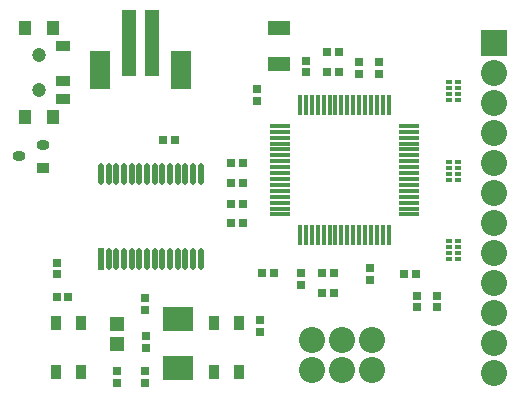
<source format=gts>
G04*
G04 #@! TF.GenerationSoftware,Altium Limited,Altium Designer,18.1.9 (240)*
G04*
G04 Layer_Color=8388736*
%FSLAX25Y25*%
%MOIN*%
G70*
G01*
G75*
%ADD32R,0.07493X0.05131*%
%ADD33R,0.02992X0.02992*%
%ADD34R,0.02992X0.02992*%
%ADD35R,0.10249X0.08280*%
%ADD36R,0.01575X0.06693*%
%ADD37R,0.06693X0.01575*%
%ADD38R,0.02165X0.07284*%
%ADD39O,0.02165X0.07284*%
%ADD40R,0.01968X0.01575*%
%ADD41R,0.03359X0.04934*%
%ADD42R,0.04737X0.05131*%
%ADD43R,0.04343X0.03556*%
%ADD44O,0.04343X0.03556*%
%ADD45R,0.05131X0.03556*%
%ADD46R,0.03950X0.04737*%
%ADD47R,0.07099X0.12611*%
%ADD48R,0.04737X0.22453*%
%ADD49C,0.08674*%
%ADD50C,0.04737*%
%ADD51R,0.08674X0.08674*%
D32*
X92913Y125197D02*
D03*
Y112992D02*
D03*
D33*
X107480Y43307D02*
D03*
X111417D02*
D03*
X107480Y36614D02*
D03*
X111417D02*
D03*
X87402Y43504D02*
D03*
X91339D02*
D03*
X112992Y116929D02*
D03*
X109055D02*
D03*
X112992Y110236D02*
D03*
X109055D02*
D03*
X58268Y87795D02*
D03*
X54331D02*
D03*
X134646Y42913D02*
D03*
X138583D02*
D03*
X81102Y59921D02*
D03*
X77165D02*
D03*
X81102Y73228D02*
D03*
X77165D02*
D03*
X81102Y66535D02*
D03*
X77165D02*
D03*
Y79921D02*
D03*
X81102D02*
D03*
X22835Y35433D02*
D03*
X18898D02*
D03*
D34*
X145571Y31890D02*
D03*
Y35827D02*
D03*
X100394Y39370D02*
D03*
Y43307D02*
D03*
X126378Y113779D02*
D03*
Y109843D02*
D03*
X119685Y113779D02*
D03*
Y109843D02*
D03*
X101969Y114173D02*
D03*
Y110236D02*
D03*
X85827Y100787D02*
D03*
Y104724D02*
D03*
X48425Y34882D02*
D03*
Y30945D02*
D03*
Y6693D02*
D03*
Y10630D02*
D03*
X138878Y31890D02*
D03*
Y35827D02*
D03*
X123228Y44882D02*
D03*
Y40945D02*
D03*
X18898Y42913D02*
D03*
Y46850D02*
D03*
X86614Y23622D02*
D03*
Y27559D02*
D03*
X38976Y6693D02*
D03*
Y10630D02*
D03*
X48524Y18504D02*
D03*
Y22441D02*
D03*
D35*
X59449Y27953D02*
D03*
Y11811D02*
D03*
D36*
X129527Y56102D02*
D03*
X127559D02*
D03*
X125591D02*
D03*
X123622D02*
D03*
X121653D02*
D03*
X119685D02*
D03*
X117717D02*
D03*
X115748D02*
D03*
X113779D02*
D03*
X111811D02*
D03*
X109843D02*
D03*
X107874D02*
D03*
X105905D02*
D03*
X103937D02*
D03*
X101969D02*
D03*
X100000D02*
D03*
Y99213D02*
D03*
X101969D02*
D03*
X103937D02*
D03*
X105905D02*
D03*
X107874D02*
D03*
X109843D02*
D03*
X111811D02*
D03*
X113779D02*
D03*
X115748D02*
D03*
X117717D02*
D03*
X119685D02*
D03*
X121653D02*
D03*
X123622D02*
D03*
X125591D02*
D03*
X127559D02*
D03*
X129527D02*
D03*
D37*
X93209Y62894D02*
D03*
Y64862D02*
D03*
Y66831D02*
D03*
Y68799D02*
D03*
Y70768D02*
D03*
Y72736D02*
D03*
Y74705D02*
D03*
Y76673D02*
D03*
Y78642D02*
D03*
Y80610D02*
D03*
Y82579D02*
D03*
Y84547D02*
D03*
Y86516D02*
D03*
Y88484D02*
D03*
Y90453D02*
D03*
Y92421D02*
D03*
X136319D02*
D03*
Y90453D02*
D03*
Y88484D02*
D03*
Y86516D02*
D03*
Y84547D02*
D03*
Y82579D02*
D03*
Y80610D02*
D03*
Y78642D02*
D03*
Y76673D02*
D03*
Y74705D02*
D03*
Y72736D02*
D03*
Y70768D02*
D03*
Y68799D02*
D03*
Y66831D02*
D03*
Y64862D02*
D03*
Y62894D02*
D03*
D38*
X33661Y48031D02*
D03*
D39*
X36220D02*
D03*
X38780D02*
D03*
X41339D02*
D03*
X43898D02*
D03*
X46457D02*
D03*
X49016D02*
D03*
X51575D02*
D03*
X54134D02*
D03*
X56693D02*
D03*
X59252D02*
D03*
X61811D02*
D03*
X64370D02*
D03*
X66929D02*
D03*
X33661Y76378D02*
D03*
X36220D02*
D03*
X38780D02*
D03*
X41339D02*
D03*
X43898D02*
D03*
X46457D02*
D03*
X49016D02*
D03*
X51575D02*
D03*
X54134D02*
D03*
X56693D02*
D03*
X59252D02*
D03*
X61811D02*
D03*
X64370D02*
D03*
X66929D02*
D03*
D40*
X149606Y76378D02*
D03*
X152756D02*
D03*
Y74410D02*
D03*
X149606D02*
D03*
Y78347D02*
D03*
X152756D02*
D03*
Y80315D02*
D03*
X149606D02*
D03*
Y50000D02*
D03*
X152756D02*
D03*
Y48031D02*
D03*
X149606D02*
D03*
Y51968D02*
D03*
X152756D02*
D03*
Y53937D02*
D03*
X149606D02*
D03*
X149606Y103150D02*
D03*
X152756D02*
D03*
Y101181D02*
D03*
X149606D02*
D03*
Y105118D02*
D03*
X152756D02*
D03*
Y107087D02*
D03*
X149606D02*
D03*
D41*
X79724Y26772D02*
D03*
X71260D02*
D03*
X79724Y10433D02*
D03*
X71260D02*
D03*
X18701D02*
D03*
X27165D02*
D03*
X18701Y26772D02*
D03*
X27165D02*
D03*
D42*
X38976Y19685D02*
D03*
Y26378D02*
D03*
D43*
X14173Y78543D02*
D03*
D44*
Y86024D02*
D03*
X6299Y82284D02*
D03*
D45*
X21063Y101378D02*
D03*
Y107283D02*
D03*
Y119095D02*
D03*
D46*
X17520Y125000D02*
D03*
X8465D02*
D03*
X17520Y95472D02*
D03*
X8465D02*
D03*
D47*
X33465Y111063D02*
D03*
X60236D02*
D03*
D48*
X42913Y119921D02*
D03*
X50787D02*
D03*
D49*
X104016Y11024D02*
D03*
X114016D02*
D03*
X124016D02*
D03*
X104016Y21024D02*
D03*
X114016D02*
D03*
X124016D02*
D03*
X164567Y109921D02*
D03*
Y99921D02*
D03*
Y89921D02*
D03*
Y79921D02*
D03*
Y69921D02*
D03*
Y59921D02*
D03*
Y49921D02*
D03*
Y39921D02*
D03*
Y29921D02*
D03*
Y19921D02*
D03*
Y9921D02*
D03*
D50*
X12992Y116142D02*
D03*
Y104331D02*
D03*
D51*
X164567Y119921D02*
D03*
M02*

</source>
